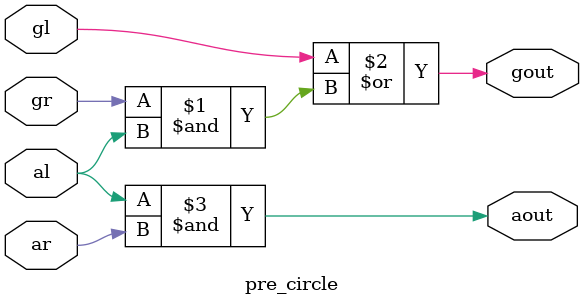
<source format=v>
module pre_circle(gl,al,gr,ar,gout,aout);

input gl,al,gr,ar;
output gout,aout;

assign gout=gl |(gr&al);
assign aout=al&ar;

endmodule


</source>
